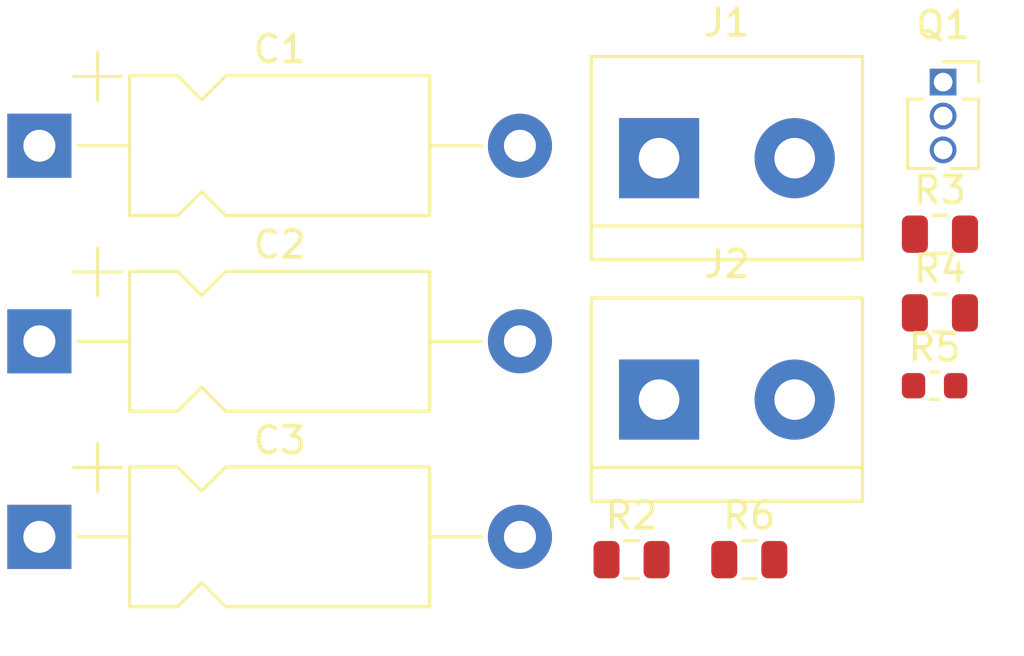
<source format=kicad_pcb>
(kicad_pcb (version 20171130) (host pcbnew "(5.1.5)-3")

  (general
    (thickness 1.6)
    (drawings 0)
    (tracks 0)
    (zones 0)
    (modules 11)
    (nets 9)
  )

  (page A4)
  (title_block
    (title Single_Transistor_AMP)
    (date 2020-12-09)
    (rev V1.0)
    (company VeA)
    (comment 1 A.Smirnova)
  )

  (layers
    (0 F.Cu signal)
    (1 In1.Cu power)
    (2 In2.Cu power)
    (31 B.Cu signal)
    (32 B.Adhes user)
    (33 F.Adhes user)
    (34 B.Paste user)
    (35 F.Paste user)
    (36 B.SilkS user)
    (37 F.SilkS user)
    (38 B.Mask user)
    (39 F.Mask user)
    (40 Dwgs.User user)
    (41 Cmts.User user)
    (42 Eco1.User user)
    (43 Eco2.User user)
    (44 Edge.Cuts user)
    (45 Margin user)
    (46 B.CrtYd user)
    (47 F.CrtYd user)
    (48 B.Fab user)
    (49 F.Fab user)
  )

  (setup
    (last_trace_width 0.25)
    (trace_clearance 0.2)
    (zone_clearance 0.508)
    (zone_45_only no)
    (trace_min 0.2)
    (via_size 0.8)
    (via_drill 0.4)
    (via_min_size 0.4)
    (via_min_drill 0.3)
    (uvia_size 0.3)
    (uvia_drill 0.1)
    (uvias_allowed no)
    (uvia_min_size 0.2)
    (uvia_min_drill 0.1)
    (edge_width 0.05)
    (segment_width 0.2)
    (pcb_text_width 0.3)
    (pcb_text_size 1.5 1.5)
    (mod_edge_width 0.12)
    (mod_text_size 1 1)
    (mod_text_width 0.15)
    (pad_size 1.524 1.524)
    (pad_drill 0.762)
    (pad_to_mask_clearance 0.051)
    (solder_mask_min_width 0.25)
    (aux_axis_origin 0 0)
    (visible_elements 7FFFFFFF)
    (pcbplotparams
      (layerselection 0x010fc_ffffffff)
      (usegerberextensions false)
      (usegerberattributes false)
      (usegerberadvancedattributes false)
      (creategerberjobfile false)
      (excludeedgelayer true)
      (linewidth 0.100000)
      (plotframeref false)
      (viasonmask false)
      (mode 1)
      (useauxorigin false)
      (hpglpennumber 1)
      (hpglpenspeed 20)
      (hpglpendiameter 15.000000)
      (psnegative false)
      (psa4output false)
      (plotreference true)
      (plotvalue true)
      (plotinvisibletext false)
      (padsonsilk false)
      (subtractmaskfromsilk false)
      (outputformat 1)
      (mirror false)
      (drillshape 1)
      (scaleselection 1)
      (outputdirectory ""))
  )

  (net 0 "")
  (net 1 "Net-(C1-Pad1)")
  (net 2 "Net-(C1-Pad2)")
  (net 3 GND)
  (net 4 "Net-(C2-Pad1)")
  (net 5 "Net-(C3-Pad1)")
  (net 6 "Net-(C3-Pad2)")
  (net 7 "Net-(Q1-Pad3)")
  (net 8 +12V)

  (net_class Default "This is the default net class."
    (clearance 0.2)
    (trace_width 0.25)
    (via_dia 0.8)
    (via_drill 0.4)
    (uvia_dia 0.3)
    (uvia_drill 0.1)
    (add_net +12V)
    (add_net GND)
    (add_net "Net-(C1-Pad1)")
    (add_net "Net-(C1-Pad2)")
    (add_net "Net-(C2-Pad1)")
    (add_net "Net-(C3-Pad1)")
    (add_net "Net-(C3-Pad2)")
    (add_net "Net-(Q1-Pad3)")
  )

  (net_class Power ""
    (clearance 0.2)
    (trace_width 0.75)
    (via_dia 0.8)
    (via_drill 0.4)
    (uvia_dia 0.3)
    (uvia_drill 0.1)
  )

  (module Capacitor_THT:CP_Axial_L11.0mm_D5.0mm_P18.00mm_Horizontal (layer F.Cu) (tedit 5AE50EF2) (tstamp 5F870B9C)
    (at 21.005001 21.840001)
    (descr "CP, Axial series, Axial, Horizontal, pin pitch=18mm, , length*diameter=11*5mm^2, Electrolytic Capacitor")
    (tags "CP Axial series Axial Horizontal pin pitch 18mm  length 11mm diameter 5mm Electrolytic Capacitor")
    (path /5F86E34E)
    (fp_text reference C1 (at 9 -3.62) (layer F.SilkS)
      (effects (font (size 1 1) (thickness 0.15)))
    )
    (fp_text value 0u1 (at 9 3.62) (layer F.Fab)
      (effects (font (size 1 1) (thickness 0.15)))
    )
    (fp_line (start 3.5 -2.5) (end 3.5 2.5) (layer F.Fab) (width 0.1))
    (fp_line (start 14.5 -2.5) (end 14.5 2.5) (layer F.Fab) (width 0.1))
    (fp_line (start 3.5 -2.5) (end 5.18 -2.5) (layer F.Fab) (width 0.1))
    (fp_line (start 5.18 -2.5) (end 6.08 -1.6) (layer F.Fab) (width 0.1))
    (fp_line (start 6.08 -1.6) (end 6.98 -2.5) (layer F.Fab) (width 0.1))
    (fp_line (start 6.98 -2.5) (end 14.5 -2.5) (layer F.Fab) (width 0.1))
    (fp_line (start 3.5 2.5) (end 5.18 2.5) (layer F.Fab) (width 0.1))
    (fp_line (start 5.18 2.5) (end 6.08 1.6) (layer F.Fab) (width 0.1))
    (fp_line (start 6.08 1.6) (end 6.98 2.5) (layer F.Fab) (width 0.1))
    (fp_line (start 6.98 2.5) (end 14.5 2.5) (layer F.Fab) (width 0.1))
    (fp_line (start 0 0) (end 3.5 0) (layer F.Fab) (width 0.1))
    (fp_line (start 18 0) (end 14.5 0) (layer F.Fab) (width 0.1))
    (fp_line (start 5.2 0) (end 7 0) (layer F.Fab) (width 0.1))
    (fp_line (start 6.1 -0.9) (end 6.1 0.9) (layer F.Fab) (width 0.1))
    (fp_line (start 1.28 -2.6) (end 3.08 -2.6) (layer F.SilkS) (width 0.12))
    (fp_line (start 2.18 -3.5) (end 2.18 -1.7) (layer F.SilkS) (width 0.12))
    (fp_line (start 3.38 -2.62) (end 3.38 2.62) (layer F.SilkS) (width 0.12))
    (fp_line (start 14.62 -2.62) (end 14.62 2.62) (layer F.SilkS) (width 0.12))
    (fp_line (start 3.38 -2.62) (end 5.18 -2.62) (layer F.SilkS) (width 0.12))
    (fp_line (start 5.18 -2.62) (end 6.08 -1.72) (layer F.SilkS) (width 0.12))
    (fp_line (start 6.08 -1.72) (end 6.98 -2.62) (layer F.SilkS) (width 0.12))
    (fp_line (start 6.98 -2.62) (end 14.62 -2.62) (layer F.SilkS) (width 0.12))
    (fp_line (start 3.38 2.62) (end 5.18 2.62) (layer F.SilkS) (width 0.12))
    (fp_line (start 5.18 2.62) (end 6.08 1.72) (layer F.SilkS) (width 0.12))
    (fp_line (start 6.08 1.72) (end 6.98 2.62) (layer F.SilkS) (width 0.12))
    (fp_line (start 6.98 2.62) (end 14.62 2.62) (layer F.SilkS) (width 0.12))
    (fp_line (start 1.44 0) (end 3.38 0) (layer F.SilkS) (width 0.12))
    (fp_line (start 16.56 0) (end 14.62 0) (layer F.SilkS) (width 0.12))
    (fp_line (start -1.45 -2.75) (end -1.45 2.75) (layer F.CrtYd) (width 0.05))
    (fp_line (start -1.45 2.75) (end 19.45 2.75) (layer F.CrtYd) (width 0.05))
    (fp_line (start 19.45 2.75) (end 19.45 -2.75) (layer F.CrtYd) (width 0.05))
    (fp_line (start 19.45 -2.75) (end -1.45 -2.75) (layer F.CrtYd) (width 0.05))
    (fp_text user %R (at 9 0) (layer F.Fab)
      (effects (font (size 1 1) (thickness 0.15)))
    )
    (pad 1 thru_hole rect (at 0 0) (size 2.4 2.4) (drill 1.2) (layers *.Cu *.Mask)
      (net 1 "Net-(C1-Pad1)"))
    (pad 2 thru_hole oval (at 18 0) (size 2.4 2.4) (drill 1.2) (layers *.Cu *.Mask)
      (net 2 "Net-(C1-Pad2)"))
    (model ${KISYS3DMOD}/Capacitor_THT.3dshapes/CP_Axial_L11.0mm_D5.0mm_P18.00mm_Horizontal.wrl
      (at (xyz 0 0 0))
      (scale (xyz 1 1 1))
      (rotate (xyz 0 0 0))
    )
  )

  (module Capacitor_THT:CP_Axial_L11.0mm_D5.0mm_P18.00mm_Horizontal (layer F.Cu) (tedit 5AE50EF2) (tstamp 5F870BC3)
    (at 21.005001 29.170001)
    (descr "CP, Axial series, Axial, Horizontal, pin pitch=18mm, , length*diameter=11*5mm^2, Electrolytic Capacitor")
    (tags "CP Axial series Axial Horizontal pin pitch 18mm  length 11mm diameter 5mm Electrolytic Capacitor")
    (path /5F86E9B1)
    (fp_text reference C2 (at 9 -3.62) (layer F.SilkS)
      (effects (font (size 1 1) (thickness 0.15)))
    )
    (fp_text value 0u1 (at 9 3.62) (layer F.Fab)
      (effects (font (size 1 1) (thickness 0.15)))
    )
    (fp_text user %R (at 9 0) (layer F.Fab)
      (effects (font (size 1 1) (thickness 0.15)))
    )
    (fp_line (start 19.45 -2.75) (end -1.45 -2.75) (layer F.CrtYd) (width 0.05))
    (fp_line (start 19.45 2.75) (end 19.45 -2.75) (layer F.CrtYd) (width 0.05))
    (fp_line (start -1.45 2.75) (end 19.45 2.75) (layer F.CrtYd) (width 0.05))
    (fp_line (start -1.45 -2.75) (end -1.45 2.75) (layer F.CrtYd) (width 0.05))
    (fp_line (start 16.56 0) (end 14.62 0) (layer F.SilkS) (width 0.12))
    (fp_line (start 1.44 0) (end 3.38 0) (layer F.SilkS) (width 0.12))
    (fp_line (start 6.98 2.62) (end 14.62 2.62) (layer F.SilkS) (width 0.12))
    (fp_line (start 6.08 1.72) (end 6.98 2.62) (layer F.SilkS) (width 0.12))
    (fp_line (start 5.18 2.62) (end 6.08 1.72) (layer F.SilkS) (width 0.12))
    (fp_line (start 3.38 2.62) (end 5.18 2.62) (layer F.SilkS) (width 0.12))
    (fp_line (start 6.98 -2.62) (end 14.62 -2.62) (layer F.SilkS) (width 0.12))
    (fp_line (start 6.08 -1.72) (end 6.98 -2.62) (layer F.SilkS) (width 0.12))
    (fp_line (start 5.18 -2.62) (end 6.08 -1.72) (layer F.SilkS) (width 0.12))
    (fp_line (start 3.38 -2.62) (end 5.18 -2.62) (layer F.SilkS) (width 0.12))
    (fp_line (start 14.62 -2.62) (end 14.62 2.62) (layer F.SilkS) (width 0.12))
    (fp_line (start 3.38 -2.62) (end 3.38 2.62) (layer F.SilkS) (width 0.12))
    (fp_line (start 2.18 -3.5) (end 2.18 -1.7) (layer F.SilkS) (width 0.12))
    (fp_line (start 1.28 -2.6) (end 3.08 -2.6) (layer F.SilkS) (width 0.12))
    (fp_line (start 6.1 -0.9) (end 6.1 0.9) (layer F.Fab) (width 0.1))
    (fp_line (start 5.2 0) (end 7 0) (layer F.Fab) (width 0.1))
    (fp_line (start 18 0) (end 14.5 0) (layer F.Fab) (width 0.1))
    (fp_line (start 0 0) (end 3.5 0) (layer F.Fab) (width 0.1))
    (fp_line (start 6.98 2.5) (end 14.5 2.5) (layer F.Fab) (width 0.1))
    (fp_line (start 6.08 1.6) (end 6.98 2.5) (layer F.Fab) (width 0.1))
    (fp_line (start 5.18 2.5) (end 6.08 1.6) (layer F.Fab) (width 0.1))
    (fp_line (start 3.5 2.5) (end 5.18 2.5) (layer F.Fab) (width 0.1))
    (fp_line (start 6.98 -2.5) (end 14.5 -2.5) (layer F.Fab) (width 0.1))
    (fp_line (start 6.08 -1.6) (end 6.98 -2.5) (layer F.Fab) (width 0.1))
    (fp_line (start 5.18 -2.5) (end 6.08 -1.6) (layer F.Fab) (width 0.1))
    (fp_line (start 3.5 -2.5) (end 5.18 -2.5) (layer F.Fab) (width 0.1))
    (fp_line (start 14.5 -2.5) (end 14.5 2.5) (layer F.Fab) (width 0.1))
    (fp_line (start 3.5 -2.5) (end 3.5 2.5) (layer F.Fab) (width 0.1))
    (pad 2 thru_hole oval (at 18 0) (size 2.4 2.4) (drill 1.2) (layers *.Cu *.Mask)
      (net 3 GND))
    (pad 1 thru_hole rect (at 0 0) (size 2.4 2.4) (drill 1.2) (layers *.Cu *.Mask)
      (net 4 "Net-(C2-Pad1)"))
    (model ${KISYS3DMOD}/Capacitor_THT.3dshapes/CP_Axial_L11.0mm_D5.0mm_P18.00mm_Horizontal.wrl
      (at (xyz 0 0 0))
      (scale (xyz 1 1 1))
      (rotate (xyz 0 0 0))
    )
  )

  (module Capacitor_THT:CP_Axial_L11.0mm_D5.0mm_P18.00mm_Horizontal (layer F.Cu) (tedit 5AE50EF2) (tstamp 5F870BEA)
    (at 21.005001 36.500001)
    (descr "CP, Axial series, Axial, Horizontal, pin pitch=18mm, , length*diameter=11*5mm^2, Electrolytic Capacitor")
    (tags "CP Axial series Axial Horizontal pin pitch 18mm  length 11mm diameter 5mm Electrolytic Capacitor")
    (path /5F86ED5F)
    (fp_text reference C3 (at 9 -3.62) (layer F.SilkS)
      (effects (font (size 1 1) (thickness 0.15)))
    )
    (fp_text value 0u1 (at 9 3.62) (layer F.Fab)
      (effects (font (size 1 1) (thickness 0.15)))
    )
    (fp_line (start 3.5 -2.5) (end 3.5 2.5) (layer F.Fab) (width 0.1))
    (fp_line (start 14.5 -2.5) (end 14.5 2.5) (layer F.Fab) (width 0.1))
    (fp_line (start 3.5 -2.5) (end 5.18 -2.5) (layer F.Fab) (width 0.1))
    (fp_line (start 5.18 -2.5) (end 6.08 -1.6) (layer F.Fab) (width 0.1))
    (fp_line (start 6.08 -1.6) (end 6.98 -2.5) (layer F.Fab) (width 0.1))
    (fp_line (start 6.98 -2.5) (end 14.5 -2.5) (layer F.Fab) (width 0.1))
    (fp_line (start 3.5 2.5) (end 5.18 2.5) (layer F.Fab) (width 0.1))
    (fp_line (start 5.18 2.5) (end 6.08 1.6) (layer F.Fab) (width 0.1))
    (fp_line (start 6.08 1.6) (end 6.98 2.5) (layer F.Fab) (width 0.1))
    (fp_line (start 6.98 2.5) (end 14.5 2.5) (layer F.Fab) (width 0.1))
    (fp_line (start 0 0) (end 3.5 0) (layer F.Fab) (width 0.1))
    (fp_line (start 18 0) (end 14.5 0) (layer F.Fab) (width 0.1))
    (fp_line (start 5.2 0) (end 7 0) (layer F.Fab) (width 0.1))
    (fp_line (start 6.1 -0.9) (end 6.1 0.9) (layer F.Fab) (width 0.1))
    (fp_line (start 1.28 -2.6) (end 3.08 -2.6) (layer F.SilkS) (width 0.12))
    (fp_line (start 2.18 -3.5) (end 2.18 -1.7) (layer F.SilkS) (width 0.12))
    (fp_line (start 3.38 -2.62) (end 3.38 2.62) (layer F.SilkS) (width 0.12))
    (fp_line (start 14.62 -2.62) (end 14.62 2.62) (layer F.SilkS) (width 0.12))
    (fp_line (start 3.38 -2.62) (end 5.18 -2.62) (layer F.SilkS) (width 0.12))
    (fp_line (start 5.18 -2.62) (end 6.08 -1.72) (layer F.SilkS) (width 0.12))
    (fp_line (start 6.08 -1.72) (end 6.98 -2.62) (layer F.SilkS) (width 0.12))
    (fp_line (start 6.98 -2.62) (end 14.62 -2.62) (layer F.SilkS) (width 0.12))
    (fp_line (start 3.38 2.62) (end 5.18 2.62) (layer F.SilkS) (width 0.12))
    (fp_line (start 5.18 2.62) (end 6.08 1.72) (layer F.SilkS) (width 0.12))
    (fp_line (start 6.08 1.72) (end 6.98 2.62) (layer F.SilkS) (width 0.12))
    (fp_line (start 6.98 2.62) (end 14.62 2.62) (layer F.SilkS) (width 0.12))
    (fp_line (start 1.44 0) (end 3.38 0) (layer F.SilkS) (width 0.12))
    (fp_line (start 16.56 0) (end 14.62 0) (layer F.SilkS) (width 0.12))
    (fp_line (start -1.45 -2.75) (end -1.45 2.75) (layer F.CrtYd) (width 0.05))
    (fp_line (start -1.45 2.75) (end 19.45 2.75) (layer F.CrtYd) (width 0.05))
    (fp_line (start 19.45 2.75) (end 19.45 -2.75) (layer F.CrtYd) (width 0.05))
    (fp_line (start 19.45 -2.75) (end -1.45 -2.75) (layer F.CrtYd) (width 0.05))
    (fp_text user %R (at 9 0) (layer F.Fab)
      (effects (font (size 1 1) (thickness 0.15)))
    )
    (pad 1 thru_hole rect (at 0 0) (size 2.4 2.4) (drill 1.2) (layers *.Cu *.Mask)
      (net 5 "Net-(C3-Pad1)"))
    (pad 2 thru_hole oval (at 18 0) (size 2.4 2.4) (drill 1.2) (layers *.Cu *.Mask)
      (net 6 "Net-(C3-Pad2)"))
    (model ${KISYS3DMOD}/Capacitor_THT.3dshapes/CP_Axial_L11.0mm_D5.0mm_P18.00mm_Horizontal.wrl
      (at (xyz 0 0 0))
      (scale (xyz 1 1 1))
      (rotate (xyz 0 0 0))
    )
  )

  (module TerminalBlock:TerminalBlock_bornier-2_P5.08mm (layer F.Cu) (tedit 59FF03AB) (tstamp 5F870BFF)
    (at 44.215001 22.305001)
    (descr "simple 2-pin terminal block, pitch 5.08mm, revamped version of bornier2")
    (tags "terminal block bornier2")
    (path /5F87E25D)
    (fp_text reference J1 (at 2.54 -5.08) (layer F.SilkS)
      (effects (font (size 1 1) (thickness 0.15)))
    )
    (fp_text value "AC Input" (at 2.54 5.08) (layer F.Fab)
      (effects (font (size 1 1) (thickness 0.15)))
    )
    (fp_text user %R (at 2.54 0) (layer F.Fab)
      (effects (font (size 1 1) (thickness 0.15)))
    )
    (fp_line (start -2.41 2.55) (end 7.49 2.55) (layer F.Fab) (width 0.1))
    (fp_line (start -2.46 -3.75) (end -2.46 3.75) (layer F.Fab) (width 0.1))
    (fp_line (start -2.46 3.75) (end 7.54 3.75) (layer F.Fab) (width 0.1))
    (fp_line (start 7.54 3.75) (end 7.54 -3.75) (layer F.Fab) (width 0.1))
    (fp_line (start 7.54 -3.75) (end -2.46 -3.75) (layer F.Fab) (width 0.1))
    (fp_line (start 7.62 2.54) (end -2.54 2.54) (layer F.SilkS) (width 0.12))
    (fp_line (start 7.62 3.81) (end 7.62 -3.81) (layer F.SilkS) (width 0.12))
    (fp_line (start 7.62 -3.81) (end -2.54 -3.81) (layer F.SilkS) (width 0.12))
    (fp_line (start -2.54 -3.81) (end -2.54 3.81) (layer F.SilkS) (width 0.12))
    (fp_line (start -2.54 3.81) (end 7.62 3.81) (layer F.SilkS) (width 0.12))
    (fp_line (start -2.71 -4) (end 7.79 -4) (layer F.CrtYd) (width 0.05))
    (fp_line (start -2.71 -4) (end -2.71 4) (layer F.CrtYd) (width 0.05))
    (fp_line (start 7.79 4) (end 7.79 -4) (layer F.CrtYd) (width 0.05))
    (fp_line (start 7.79 4) (end -2.71 4) (layer F.CrtYd) (width 0.05))
    (pad 1 thru_hole rect (at 0 0) (size 3 3) (drill 1.52) (layers *.Cu *.Mask)
      (net 3 GND))
    (pad 2 thru_hole circle (at 5.08 0) (size 3 3) (drill 1.52) (layers *.Cu *.Mask)
      (net 1 "Net-(C1-Pad1)"))
    (model ${KISYS3DMOD}/TerminalBlock.3dshapes/TerminalBlock_bornier-2_P5.08mm.wrl
      (offset (xyz 2.539999961853027 0 0))
      (scale (xyz 1 1 1))
      (rotate (xyz 0 0 0))
    )
  )

  (module TerminalBlock:TerminalBlock_bornier-2_P5.08mm (layer F.Cu) (tedit 59FF03AB) (tstamp 5F870C14)
    (at 44.215001 31.355001)
    (descr "simple 2-pin terminal block, pitch 5.08mm, revamped version of bornier2")
    (tags "terminal block bornier2")
    (path /5F88045C)
    (fp_text reference J2 (at 2.54 -5.08) (layer F.SilkS)
      (effects (font (size 1 1) (thickness 0.15)))
    )
    (fp_text value "AC Output" (at 2.54 5.08) (layer F.Fab)
      (effects (font (size 1 1) (thickness 0.15)))
    )
    (fp_line (start 7.79 4) (end -2.71 4) (layer F.CrtYd) (width 0.05))
    (fp_line (start 7.79 4) (end 7.79 -4) (layer F.CrtYd) (width 0.05))
    (fp_line (start -2.71 -4) (end -2.71 4) (layer F.CrtYd) (width 0.05))
    (fp_line (start -2.71 -4) (end 7.79 -4) (layer F.CrtYd) (width 0.05))
    (fp_line (start -2.54 3.81) (end 7.62 3.81) (layer F.SilkS) (width 0.12))
    (fp_line (start -2.54 -3.81) (end -2.54 3.81) (layer F.SilkS) (width 0.12))
    (fp_line (start 7.62 -3.81) (end -2.54 -3.81) (layer F.SilkS) (width 0.12))
    (fp_line (start 7.62 3.81) (end 7.62 -3.81) (layer F.SilkS) (width 0.12))
    (fp_line (start 7.62 2.54) (end -2.54 2.54) (layer F.SilkS) (width 0.12))
    (fp_line (start 7.54 -3.75) (end -2.46 -3.75) (layer F.Fab) (width 0.1))
    (fp_line (start 7.54 3.75) (end 7.54 -3.75) (layer F.Fab) (width 0.1))
    (fp_line (start -2.46 3.75) (end 7.54 3.75) (layer F.Fab) (width 0.1))
    (fp_line (start -2.46 -3.75) (end -2.46 3.75) (layer F.Fab) (width 0.1))
    (fp_line (start -2.41 2.55) (end 7.49 2.55) (layer F.Fab) (width 0.1))
    (fp_text user %R (at 2.54 0) (layer F.Fab)
      (effects (font (size 1 1) (thickness 0.15)))
    )
    (pad 2 thru_hole circle (at 5.08 0) (size 3 3) (drill 1.52) (layers *.Cu *.Mask)
      (net 3 GND))
    (pad 1 thru_hole rect (at 0 0) (size 3 3) (drill 1.52) (layers *.Cu *.Mask)
      (net 6 "Net-(C3-Pad2)"))
    (model ${KISYS3DMOD}/TerminalBlock.3dshapes/TerminalBlock_bornier-2_P5.08mm.wrl
      (offset (xyz 2.539999961853027 0 0))
      (scale (xyz 1 1 1))
      (rotate (xyz 0 0 0))
    )
  )

  (module Connector_PinSocket_1.27mm:PinSocket_1x03_P1.27mm_Vertical (layer F.Cu) (tedit 5A19A41D) (tstamp 5F870C2D)
    (at 54.855001 19.455001)
    (descr "Through hole straight socket strip, 1x03, 1.27mm pitch, single row (from Kicad 4.0.7), script generated")
    (tags "Through hole socket strip THT 1x03 1.27mm single row")
    (path /5F86C34A)
    (fp_text reference Q1 (at 0 -2.135) (layer F.SilkS)
      (effects (font (size 1 1) (thickness 0.15)))
    )
    (fp_text value 2N4401 (at 0 4.675) (layer F.Fab)
      (effects (font (size 1 1) (thickness 0.15)))
    )
    (fp_line (start -1.27 -0.635) (end 0.635 -0.635) (layer F.Fab) (width 0.1))
    (fp_line (start 0.635 -0.635) (end 1.27 0) (layer F.Fab) (width 0.1))
    (fp_line (start 1.27 0) (end 1.27 3.175) (layer F.Fab) (width 0.1))
    (fp_line (start 1.27 3.175) (end -1.27 3.175) (layer F.Fab) (width 0.1))
    (fp_line (start -1.27 3.175) (end -1.27 -0.635) (layer F.Fab) (width 0.1))
    (fp_line (start -1.33 0.635) (end -0.76 0.635) (layer F.SilkS) (width 0.12))
    (fp_line (start 0.76 0.635) (end 1.33 0.635) (layer F.SilkS) (width 0.12))
    (fp_line (start -1.33 0.635) (end -1.33 3.235) (layer F.SilkS) (width 0.12))
    (fp_line (start -1.33 3.235) (end -0.30753 3.235) (layer F.SilkS) (width 0.12))
    (fp_line (start 0.30753 3.235) (end 1.33 3.235) (layer F.SilkS) (width 0.12))
    (fp_line (start 1.33 0.635) (end 1.33 3.235) (layer F.SilkS) (width 0.12))
    (fp_line (start 1.33 -0.76) (end 1.33 0) (layer F.SilkS) (width 0.12))
    (fp_line (start 0 -0.76) (end 1.33 -0.76) (layer F.SilkS) (width 0.12))
    (fp_line (start -1.8 -1.15) (end 1.75 -1.15) (layer F.CrtYd) (width 0.05))
    (fp_line (start 1.75 -1.15) (end 1.75 3.7) (layer F.CrtYd) (width 0.05))
    (fp_line (start 1.75 3.7) (end -1.8 3.7) (layer F.CrtYd) (width 0.05))
    (fp_line (start -1.8 3.7) (end -1.8 -1.15) (layer F.CrtYd) (width 0.05))
    (fp_text user %R (at 0 1.27 90) (layer F.Fab)
      (effects (font (size 1 1) (thickness 0.15)))
    )
    (pad 1 thru_hole rect (at 0 0) (size 1 1) (drill 0.7) (layers *.Cu *.Mask)
      (net 2 "Net-(C1-Pad2)"))
    (pad 2 thru_hole oval (at 0 1.27) (size 1 1) (drill 0.7) (layers *.Cu *.Mask)
      (net 5 "Net-(C3-Pad1)"))
    (pad 3 thru_hole oval (at 0 2.54) (size 1 1) (drill 0.7) (layers *.Cu *.Mask)
      (net 7 "Net-(Q1-Pad3)"))
    (model ${KISYS3DMOD}/Connector_PinSocket_1.27mm.3dshapes/PinSocket_1x03_P1.27mm_Vertical.wrl
      (at (xyz 0 0 0))
      (scale (xyz 1 1 1))
      (rotate (xyz 0 0 0))
    )
  )

  (module Resistor_SMD:R_0805_2012Metric (layer F.Cu) (tedit 5B36C52B) (tstamp 5F870C3E)
    (at 43.185001 37.355001)
    (descr "Resistor SMD 0805 (2012 Metric), square (rectangular) end terminal, IPC_7351 nominal, (Body size source: https://docs.google.com/spreadsheets/d/1BsfQQcO9C6DZCsRaXUlFlo91Tg2WpOkGARC1WS5S8t0/edit?usp=sharing), generated with kicad-footprint-generator")
    (tags resistor)
    (path /5F86CA0A)
    (attr smd)
    (fp_text reference R2 (at 0 -1.65) (layer F.SilkS)
      (effects (font (size 1 1) (thickness 0.15)))
    )
    (fp_text value 34k (at 0 1.65) (layer F.Fab)
      (effects (font (size 1 1) (thickness 0.15)))
    )
    (fp_line (start -1 0.6) (end -1 -0.6) (layer F.Fab) (width 0.1))
    (fp_line (start -1 -0.6) (end 1 -0.6) (layer F.Fab) (width 0.1))
    (fp_line (start 1 -0.6) (end 1 0.6) (layer F.Fab) (width 0.1))
    (fp_line (start 1 0.6) (end -1 0.6) (layer F.Fab) (width 0.1))
    (fp_line (start -0.258578 -0.71) (end 0.258578 -0.71) (layer F.SilkS) (width 0.12))
    (fp_line (start -0.258578 0.71) (end 0.258578 0.71) (layer F.SilkS) (width 0.12))
    (fp_line (start -1.68 0.95) (end -1.68 -0.95) (layer F.CrtYd) (width 0.05))
    (fp_line (start -1.68 -0.95) (end 1.68 -0.95) (layer F.CrtYd) (width 0.05))
    (fp_line (start 1.68 -0.95) (end 1.68 0.95) (layer F.CrtYd) (width 0.05))
    (fp_line (start 1.68 0.95) (end -1.68 0.95) (layer F.CrtYd) (width 0.05))
    (fp_text user %R (at 0 0) (layer F.Fab)
      (effects (font (size 0.5 0.5) (thickness 0.08)))
    )
    (pad 1 smd roundrect (at -0.9375 0) (size 0.975 1.4) (layers F.Cu F.Paste F.Mask) (roundrect_rratio 0.25)
      (net 8 +12V))
    (pad 2 smd roundrect (at 0.9375 0) (size 0.975 1.4) (layers F.Cu F.Paste F.Mask) (roundrect_rratio 0.25)
      (net 2 "Net-(C1-Pad2)"))
    (model ${KISYS3DMOD}/Resistor_SMD.3dshapes/R_0805_2012Metric.wrl
      (at (xyz 0 0 0))
      (scale (xyz 1 1 1))
      (rotate (xyz 0 0 0))
    )
  )

  (module Resistor_SMD:R_0805_2012Metric (layer F.Cu) (tedit 5B36C52B) (tstamp 5F870C4F)
    (at 54.735001 25.155001)
    (descr "Resistor SMD 0805 (2012 Metric), square (rectangular) end terminal, IPC_7351 nominal, (Body size source: https://docs.google.com/spreadsheets/d/1BsfQQcO9C6DZCsRaXUlFlo91Tg2WpOkGARC1WS5S8t0/edit?usp=sharing), generated with kicad-footprint-generator")
    (tags resistor)
    (path /5F86D485)
    (attr smd)
    (fp_text reference R3 (at 0 -1.65) (layer F.SilkS)
      (effects (font (size 1 1) (thickness 0.15)))
    )
    (fp_text value 6k8 (at 0 1.65) (layer F.Fab)
      (effects (font (size 1 1) (thickness 0.15)))
    )
    (fp_text user %R (at 0 0) (layer F.Fab)
      (effects (font (size 0.5 0.5) (thickness 0.08)))
    )
    (fp_line (start 1.68 0.95) (end -1.68 0.95) (layer F.CrtYd) (width 0.05))
    (fp_line (start 1.68 -0.95) (end 1.68 0.95) (layer F.CrtYd) (width 0.05))
    (fp_line (start -1.68 -0.95) (end 1.68 -0.95) (layer F.CrtYd) (width 0.05))
    (fp_line (start -1.68 0.95) (end -1.68 -0.95) (layer F.CrtYd) (width 0.05))
    (fp_line (start -0.258578 0.71) (end 0.258578 0.71) (layer F.SilkS) (width 0.12))
    (fp_line (start -0.258578 -0.71) (end 0.258578 -0.71) (layer F.SilkS) (width 0.12))
    (fp_line (start 1 0.6) (end -1 0.6) (layer F.Fab) (width 0.1))
    (fp_line (start 1 -0.6) (end 1 0.6) (layer F.Fab) (width 0.1))
    (fp_line (start -1 -0.6) (end 1 -0.6) (layer F.Fab) (width 0.1))
    (fp_line (start -1 0.6) (end -1 -0.6) (layer F.Fab) (width 0.1))
    (pad 2 smd roundrect (at 0.9375 0) (size 0.975 1.4) (layers F.Cu F.Paste F.Mask) (roundrect_rratio 0.25)
      (net 3 GND))
    (pad 1 smd roundrect (at -0.9375 0) (size 0.975 1.4) (layers F.Cu F.Paste F.Mask) (roundrect_rratio 0.25)
      (net 2 "Net-(C1-Pad2)"))
    (model ${KISYS3DMOD}/Resistor_SMD.3dshapes/R_0805_2012Metric.wrl
      (at (xyz 0 0 0))
      (scale (xyz 1 1 1))
      (rotate (xyz 0 0 0))
    )
  )

  (module Resistor_SMD:R_0805_2012Metric (layer F.Cu) (tedit 5B36C52B) (tstamp 5F870C60)
    (at 54.735001 28.105001)
    (descr "Resistor SMD 0805 (2012 Metric), square (rectangular) end terminal, IPC_7351 nominal, (Body size source: https://docs.google.com/spreadsheets/d/1BsfQQcO9C6DZCsRaXUlFlo91Tg2WpOkGARC1WS5S8t0/edit?usp=sharing), generated with kicad-footprint-generator")
    (tags resistor)
    (path /5F86D76C)
    (attr smd)
    (fp_text reference R4 (at 0 -1.65) (layer F.SilkS)
      (effects (font (size 1 1) (thickness 0.15)))
    )
    (fp_text value 3k6 (at 0 1.65) (layer F.Fab)
      (effects (font (size 1 1) (thickness 0.15)))
    )
    (fp_line (start -1 0.6) (end -1 -0.6) (layer F.Fab) (width 0.1))
    (fp_line (start -1 -0.6) (end 1 -0.6) (layer F.Fab) (width 0.1))
    (fp_line (start 1 -0.6) (end 1 0.6) (layer F.Fab) (width 0.1))
    (fp_line (start 1 0.6) (end -1 0.6) (layer F.Fab) (width 0.1))
    (fp_line (start -0.258578 -0.71) (end 0.258578 -0.71) (layer F.SilkS) (width 0.12))
    (fp_line (start -0.258578 0.71) (end 0.258578 0.71) (layer F.SilkS) (width 0.12))
    (fp_line (start -1.68 0.95) (end -1.68 -0.95) (layer F.CrtYd) (width 0.05))
    (fp_line (start -1.68 -0.95) (end 1.68 -0.95) (layer F.CrtYd) (width 0.05))
    (fp_line (start 1.68 -0.95) (end 1.68 0.95) (layer F.CrtYd) (width 0.05))
    (fp_line (start 1.68 0.95) (end -1.68 0.95) (layer F.CrtYd) (width 0.05))
    (fp_text user %R (at 0 0) (layer F.Fab)
      (effects (font (size 0.5 0.5) (thickness 0.08)))
    )
    (pad 1 smd roundrect (at -0.9375 0) (size 0.975 1.4) (layers F.Cu F.Paste F.Mask) (roundrect_rratio 0.25)
      (net 8 +12V))
    (pad 2 smd roundrect (at 0.9375 0) (size 0.975 1.4) (layers F.Cu F.Paste F.Mask) (roundrect_rratio 0.25)
      (net 5 "Net-(C3-Pad1)"))
    (model ${KISYS3DMOD}/Resistor_SMD.3dshapes/R_0805_2012Metric.wrl
      (at (xyz 0 0 0))
      (scale (xyz 1 1 1))
      (rotate (xyz 0 0 0))
    )
  )

  (module Resistor_SMD:R_0603_1608Metric (layer F.Cu) (tedit 5B301BBD) (tstamp 5F870C71)
    (at 54.535001 30.835001)
    (descr "Resistor SMD 0603 (1608 Metric), square (rectangular) end terminal, IPC_7351 nominal, (Body size source: http://www.tortai-tech.com/upload/download/2011102023233369053.pdf), generated with kicad-footprint-generator")
    (tags resistor)
    (path /5F86DF88)
    (attr smd)
    (fp_text reference R5 (at 0 -1.43) (layer F.SilkS)
      (effects (font (size 1 1) (thickness 0.15)))
    )
    (fp_text value 700 (at 0 1.43) (layer F.Fab)
      (effects (font (size 1 1) (thickness 0.15)))
    )
    (fp_line (start -0.8 0.4) (end -0.8 -0.4) (layer F.Fab) (width 0.1))
    (fp_line (start -0.8 -0.4) (end 0.8 -0.4) (layer F.Fab) (width 0.1))
    (fp_line (start 0.8 -0.4) (end 0.8 0.4) (layer F.Fab) (width 0.1))
    (fp_line (start 0.8 0.4) (end -0.8 0.4) (layer F.Fab) (width 0.1))
    (fp_line (start -0.162779 -0.51) (end 0.162779 -0.51) (layer F.SilkS) (width 0.12))
    (fp_line (start -0.162779 0.51) (end 0.162779 0.51) (layer F.SilkS) (width 0.12))
    (fp_line (start -1.48 0.73) (end -1.48 -0.73) (layer F.CrtYd) (width 0.05))
    (fp_line (start -1.48 -0.73) (end 1.48 -0.73) (layer F.CrtYd) (width 0.05))
    (fp_line (start 1.48 -0.73) (end 1.48 0.73) (layer F.CrtYd) (width 0.05))
    (fp_line (start 1.48 0.73) (end -1.48 0.73) (layer F.CrtYd) (width 0.05))
    (fp_text user %R (at 0 0) (layer F.Fab)
      (effects (font (size 0.4 0.4) (thickness 0.06)))
    )
    (pad 1 smd roundrect (at -0.7875 0) (size 0.875 0.95) (layers F.Cu F.Paste F.Mask) (roundrect_rratio 0.25)
      (net 7 "Net-(Q1-Pad3)"))
    (pad 2 smd roundrect (at 0.7875 0) (size 0.875 0.95) (layers F.Cu F.Paste F.Mask) (roundrect_rratio 0.25)
      (net 4 "Net-(C2-Pad1)"))
    (model ${KISYS3DMOD}/Resistor_SMD.3dshapes/R_0603_1608Metric.wrl
      (at (xyz 0 0 0))
      (scale (xyz 1 1 1))
      (rotate (xyz 0 0 0))
    )
  )

  (module Resistor_SMD:R_0805_2012Metric (layer F.Cu) (tedit 5B36C52B) (tstamp 5F870C82)
    (at 47.595001 37.355001)
    (descr "Resistor SMD 0805 (2012 Metric), square (rectangular) end terminal, IPC_7351 nominal, (Body size source: https://docs.google.com/spreadsheets/d/1BsfQQcO9C6DZCsRaXUlFlo91Tg2WpOkGARC1WS5S8t0/edit?usp=sharing), generated with kicad-footprint-generator")
    (tags resistor)
    (path /5F87C4B1)
    (attr smd)
    (fp_text reference R6 (at 0 -1.65) (layer F.SilkS)
      (effects (font (size 1 1) (thickness 0.15)))
    )
    (fp_text value 50 (at 0 1.65) (layer F.Fab)
      (effects (font (size 1 1) (thickness 0.15)))
    )
    (fp_text user %R (at 0 0) (layer F.Fab)
      (effects (font (size 0.5 0.5) (thickness 0.08)))
    )
    (fp_line (start 1.68 0.95) (end -1.68 0.95) (layer F.CrtYd) (width 0.05))
    (fp_line (start 1.68 -0.95) (end 1.68 0.95) (layer F.CrtYd) (width 0.05))
    (fp_line (start -1.68 -0.95) (end 1.68 -0.95) (layer F.CrtYd) (width 0.05))
    (fp_line (start -1.68 0.95) (end -1.68 -0.95) (layer F.CrtYd) (width 0.05))
    (fp_line (start -0.258578 0.71) (end 0.258578 0.71) (layer F.SilkS) (width 0.12))
    (fp_line (start -0.258578 -0.71) (end 0.258578 -0.71) (layer F.SilkS) (width 0.12))
    (fp_line (start 1 0.6) (end -1 0.6) (layer F.Fab) (width 0.1))
    (fp_line (start 1 -0.6) (end 1 0.6) (layer F.Fab) (width 0.1))
    (fp_line (start -1 -0.6) (end 1 -0.6) (layer F.Fab) (width 0.1))
    (fp_line (start -1 0.6) (end -1 -0.6) (layer F.Fab) (width 0.1))
    (pad 2 smd roundrect (at 0.9375 0) (size 0.975 1.4) (layers F.Cu F.Paste F.Mask) (roundrect_rratio 0.25)
      (net 3 GND))
    (pad 1 smd roundrect (at -0.9375 0) (size 0.975 1.4) (layers F.Cu F.Paste F.Mask) (roundrect_rratio 0.25)
      (net 4 "Net-(C2-Pad1)"))
    (model ${KISYS3DMOD}/Resistor_SMD.3dshapes/R_0805_2012Metric.wrl
      (at (xyz 0 0 0))
      (scale (xyz 1 1 1))
      (rotate (xyz 0 0 0))
    )
  )

)

</source>
